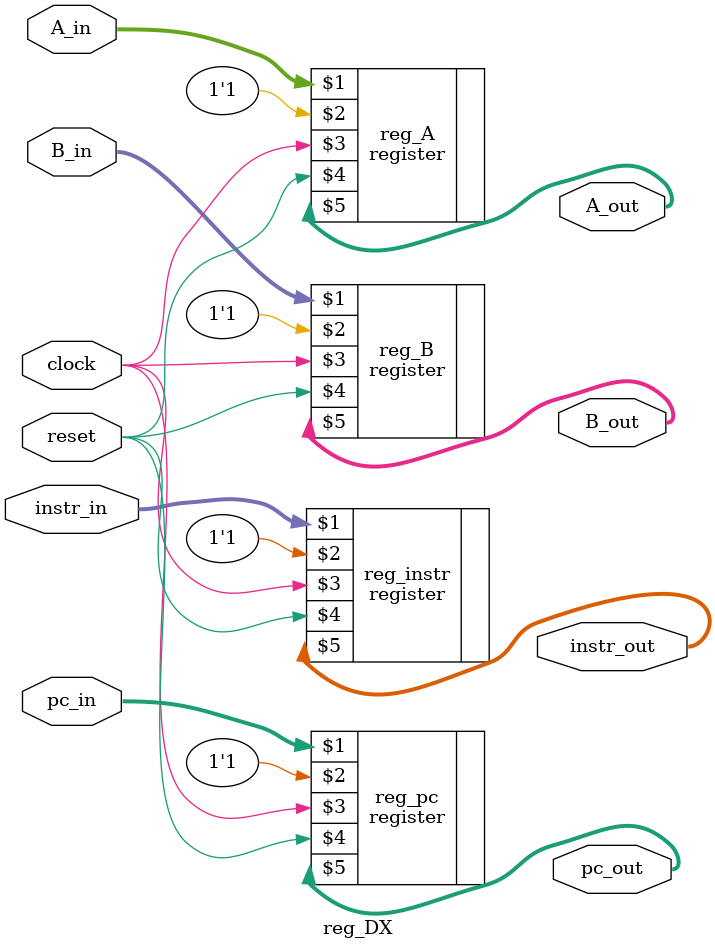
<source format=v>
module reg_DX(pc_in, instr_in, A_in, B_in, clock, reset, pc_out, instr_out, A_out, B_out);

	input [31:0] pc_in, instr_in, A_in, B_in;
	input clock, reset;
	output [31:0] pc_out, instr_out, A_out, B_out;

	register reg_pc(pc_in, 1'b1, clock, reset, pc_out);
	register reg_instr(instr_in, 1'b1, clock, reset, instr_out);
	register reg_A(A_in, 1'b1, clock, reset, A_out);
	register reg_B(B_in, 1'b1, clock, reset, B_out);

endmodule

</source>
